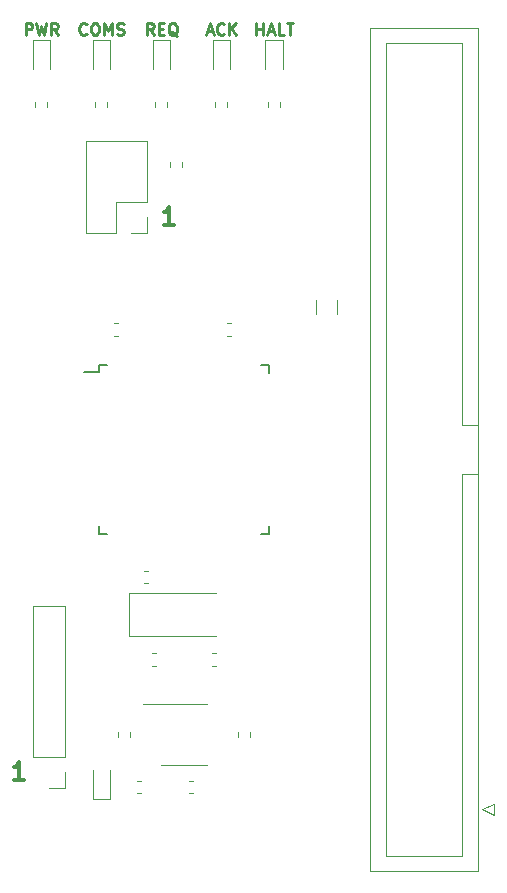
<source format=gto>
%TF.GenerationSoftware,KiCad,Pcbnew,5.1.8-db9833491~88~ubuntu18.04.1*%
%TF.CreationDate,2020-12-07T14:30:44+00:00*%
%TF.ProjectId,z80_monitor,7a38305f-6d6f-46e6-9974-6f722e6b6963,1*%
%TF.SameCoordinates,Original*%
%TF.FileFunction,Legend,Top*%
%TF.FilePolarity,Positive*%
%FSLAX46Y46*%
G04 Gerber Fmt 4.6, Leading zero omitted, Abs format (unit mm)*
G04 Created by KiCad (PCBNEW 5.1.8-db9833491~88~ubuntu18.04.1) date 2020-12-07 14:30:44*
%MOMM*%
%LPD*%
G01*
G04 APERTURE LIST*
%ADD10C,0.300000*%
%ADD11C,0.250000*%
%ADD12C,0.120000*%
%ADD13C,0.150000*%
%ADD14C,0.800000*%
%ADD15C,5.400000*%
%ADD16R,1.500000X0.550000*%
%ADD17R,0.550000X1.500000*%
%ADD18C,1.700000*%
%ADD19O,1.700000X1.700000*%
%ADD20R,1.700000X1.700000*%
%ADD21R,3.325000X2.400000*%
G04 APERTURE END LIST*
D10*
X117268571Y-69893571D02*
X116411428Y-69893571D01*
X116840000Y-69893571D02*
X116840000Y-68393571D01*
X116697142Y-68607857D01*
X116554285Y-68750714D01*
X116411428Y-68822142D01*
X104568571Y-116883571D02*
X103711428Y-116883571D01*
X104140000Y-116883571D02*
X104140000Y-115383571D01*
X103997142Y-115597857D01*
X103854285Y-115740714D01*
X103711428Y-115812142D01*
D11*
X109863095Y-53697142D02*
X109815476Y-53744761D01*
X109672619Y-53792380D01*
X109577380Y-53792380D01*
X109434523Y-53744761D01*
X109339285Y-53649523D01*
X109291666Y-53554285D01*
X109244047Y-53363809D01*
X109244047Y-53220952D01*
X109291666Y-53030476D01*
X109339285Y-52935238D01*
X109434523Y-52840000D01*
X109577380Y-52792380D01*
X109672619Y-52792380D01*
X109815476Y-52840000D01*
X109863095Y-52887619D01*
X110482142Y-52792380D02*
X110672619Y-52792380D01*
X110767857Y-52840000D01*
X110863095Y-52935238D01*
X110910714Y-53125714D01*
X110910714Y-53459047D01*
X110863095Y-53649523D01*
X110767857Y-53744761D01*
X110672619Y-53792380D01*
X110482142Y-53792380D01*
X110386904Y-53744761D01*
X110291666Y-53649523D01*
X110244047Y-53459047D01*
X110244047Y-53125714D01*
X110291666Y-52935238D01*
X110386904Y-52840000D01*
X110482142Y-52792380D01*
X111339285Y-53792380D02*
X111339285Y-52792380D01*
X111672619Y-53506666D01*
X112005952Y-52792380D01*
X112005952Y-53792380D01*
X112434523Y-53744761D02*
X112577380Y-53792380D01*
X112815476Y-53792380D01*
X112910714Y-53744761D01*
X112958333Y-53697142D01*
X113005952Y-53601904D01*
X113005952Y-53506666D01*
X112958333Y-53411428D01*
X112910714Y-53363809D01*
X112815476Y-53316190D01*
X112625000Y-53268571D01*
X112529761Y-53220952D01*
X112482142Y-53173333D01*
X112434523Y-53078095D01*
X112434523Y-52982857D01*
X112482142Y-52887619D01*
X112529761Y-52840000D01*
X112625000Y-52792380D01*
X112863095Y-52792380D01*
X113005952Y-52840000D01*
X104711666Y-53792380D02*
X104711666Y-52792380D01*
X105092619Y-52792380D01*
X105187857Y-52840000D01*
X105235476Y-52887619D01*
X105283095Y-52982857D01*
X105283095Y-53125714D01*
X105235476Y-53220952D01*
X105187857Y-53268571D01*
X105092619Y-53316190D01*
X104711666Y-53316190D01*
X105616428Y-52792380D02*
X105854523Y-53792380D01*
X106045000Y-53078095D01*
X106235476Y-53792380D01*
X106473571Y-52792380D01*
X107425952Y-53792380D02*
X107092619Y-53316190D01*
X106854523Y-53792380D02*
X106854523Y-52792380D01*
X107235476Y-52792380D01*
X107330714Y-52840000D01*
X107378333Y-52887619D01*
X107425952Y-52982857D01*
X107425952Y-53125714D01*
X107378333Y-53220952D01*
X107330714Y-53268571D01*
X107235476Y-53316190D01*
X106854523Y-53316190D01*
X115538333Y-53792380D02*
X115205000Y-53316190D01*
X114966904Y-53792380D02*
X114966904Y-52792380D01*
X115347857Y-52792380D01*
X115443095Y-52840000D01*
X115490714Y-52887619D01*
X115538333Y-52982857D01*
X115538333Y-53125714D01*
X115490714Y-53220952D01*
X115443095Y-53268571D01*
X115347857Y-53316190D01*
X114966904Y-53316190D01*
X115966904Y-53268571D02*
X116300238Y-53268571D01*
X116443095Y-53792380D02*
X115966904Y-53792380D01*
X115966904Y-52792380D01*
X116443095Y-52792380D01*
X117538333Y-53887619D02*
X117443095Y-53840000D01*
X117347857Y-53744761D01*
X117205000Y-53601904D01*
X117109761Y-53554285D01*
X117014523Y-53554285D01*
X117062142Y-53792380D02*
X116966904Y-53744761D01*
X116871666Y-53649523D01*
X116824047Y-53459047D01*
X116824047Y-53125714D01*
X116871666Y-52935238D01*
X116966904Y-52840000D01*
X117062142Y-52792380D01*
X117252619Y-52792380D01*
X117347857Y-52840000D01*
X117443095Y-52935238D01*
X117490714Y-53125714D01*
X117490714Y-53459047D01*
X117443095Y-53649523D01*
X117347857Y-53744761D01*
X117252619Y-53792380D01*
X117062142Y-53792380D01*
X120046904Y-53506666D02*
X120523095Y-53506666D01*
X119951666Y-53792380D02*
X120285000Y-52792380D01*
X120618333Y-53792380D01*
X121523095Y-53697142D02*
X121475476Y-53744761D01*
X121332619Y-53792380D01*
X121237380Y-53792380D01*
X121094523Y-53744761D01*
X120999285Y-53649523D01*
X120951666Y-53554285D01*
X120904047Y-53363809D01*
X120904047Y-53220952D01*
X120951666Y-53030476D01*
X120999285Y-52935238D01*
X121094523Y-52840000D01*
X121237380Y-52792380D01*
X121332619Y-52792380D01*
X121475476Y-52840000D01*
X121523095Y-52887619D01*
X121951666Y-53792380D02*
X121951666Y-52792380D01*
X122523095Y-53792380D02*
X122094523Y-53220952D01*
X122523095Y-52792380D02*
X121951666Y-53363809D01*
X124230000Y-53792380D02*
X124230000Y-52792380D01*
X124230000Y-53268571D02*
X124801428Y-53268571D01*
X124801428Y-53792380D02*
X124801428Y-52792380D01*
X125230000Y-53506666D02*
X125706190Y-53506666D01*
X125134761Y-53792380D02*
X125468095Y-52792380D01*
X125801428Y-53792380D01*
X126610952Y-53792380D02*
X126134761Y-53792380D01*
X126134761Y-52792380D01*
X126801428Y-52792380D02*
X127372857Y-52792380D01*
X127087142Y-53792380D02*
X127087142Y-52792380D01*
D12*
%TO.C,C2*%
X118573733Y-117985000D02*
X118916267Y-117985000D01*
X118573733Y-116965000D02*
X118916267Y-116965000D01*
%TO.C,D5*%
X122020000Y-56680000D02*
X122020000Y-54220000D01*
X122020000Y-54220000D02*
X120550000Y-54220000D01*
X120550000Y-54220000D02*
X120550000Y-56680000D01*
D13*
%TO.C,U2*%
X110935000Y-82300000D02*
X109660000Y-82300000D01*
X125285000Y-81725000D02*
X124610000Y-81725000D01*
X125285000Y-96075000D02*
X124610000Y-96075000D01*
X110935000Y-96075000D02*
X111610000Y-96075000D01*
X110935000Y-81725000D02*
X111610000Y-81725000D01*
X110935000Y-96075000D02*
X110935000Y-95400000D01*
X125285000Y-96075000D02*
X125285000Y-95400000D01*
X125285000Y-81725000D02*
X125285000Y-82400000D01*
X110935000Y-81725000D02*
X110935000Y-82300000D01*
D12*
%TO.C,C5*%
X122680000Y-113201267D02*
X122680000Y-112858733D01*
X123700000Y-113201267D02*
X123700000Y-112858733D01*
%TO.C,C8*%
X114763733Y-99185000D02*
X115106267Y-99185000D01*
X114763733Y-100205000D02*
X115106267Y-100205000D01*
%TO.C,C1*%
X112520000Y-113201267D02*
X112520000Y-112858733D01*
X113540000Y-113201267D02*
X113540000Y-112858733D01*
%TO.C,J3*%
X142990000Y-124590000D02*
X133870000Y-124590000D01*
X133870000Y-124590000D02*
X133870000Y-53210000D01*
X133870000Y-53210000D02*
X142990000Y-53210000D01*
X142990000Y-53210000D02*
X142990000Y-124590000D01*
X142990000Y-90950000D02*
X141680000Y-90950000D01*
X141680000Y-90950000D02*
X141680000Y-123290000D01*
X141680000Y-123290000D02*
X135180000Y-123290000D01*
X135180000Y-123290000D02*
X135180000Y-54510000D01*
X135180000Y-54510000D02*
X141680000Y-54510000D01*
X141680000Y-54510000D02*
X141680000Y-86850000D01*
X141680000Y-86850000D02*
X141680000Y-86850000D01*
X141680000Y-86850000D02*
X142990000Y-86850000D01*
X143380000Y-119380000D02*
X144380000Y-119880000D01*
X144380000Y-119880000D02*
X144380000Y-118880000D01*
X144380000Y-118880000D02*
X143380000Y-119380000D01*
%TO.C,R2*%
X116965000Y-64941267D02*
X116965000Y-64598733D01*
X117985000Y-64941267D02*
X117985000Y-64598733D01*
%TO.C,J2*%
X114995000Y-62805000D02*
X109795000Y-62805000D01*
X114995000Y-67945000D02*
X114995000Y-62805000D01*
X109795000Y-70545000D02*
X109795000Y-62805000D01*
X114995000Y-67945000D02*
X112395000Y-67945000D01*
X112395000Y-67945000D02*
X112395000Y-70545000D01*
X112395000Y-70545000D02*
X109795000Y-70545000D01*
X114995000Y-69215000D02*
X114995000Y-70545000D01*
X114995000Y-70545000D02*
X113665000Y-70545000D01*
%TO.C,C9*%
X129265000Y-77437064D02*
X129265000Y-76232936D01*
X131085000Y-77437064D02*
X131085000Y-76232936D01*
%TO.C,C7*%
X112223733Y-78230000D02*
X112566267Y-78230000D01*
X112223733Y-79250000D02*
X112566267Y-79250000D01*
%TO.C,C6*%
X122091267Y-79250000D02*
X121748733Y-79250000D01*
X122091267Y-78230000D02*
X121748733Y-78230000D01*
%TO.C,C4*%
X115398733Y-106170000D02*
X115741267Y-106170000D01*
X115398733Y-107190000D02*
X115741267Y-107190000D01*
%TO.C,C3*%
X120821267Y-107190000D02*
X120478733Y-107190000D01*
X120821267Y-106170000D02*
X120478733Y-106170000D01*
%TO.C,R7*%
X125220000Y-59861267D02*
X125220000Y-59518733D01*
X126240000Y-59861267D02*
X126240000Y-59518733D01*
%TO.C,R6*%
X120775000Y-59861267D02*
X120775000Y-59518733D01*
X121795000Y-59861267D02*
X121795000Y-59518733D01*
%TO.C,R5*%
X115695000Y-59861267D02*
X115695000Y-59518733D01*
X116715000Y-59861267D02*
X116715000Y-59518733D01*
%TO.C,R4*%
X105535000Y-59861267D02*
X105535000Y-59518733D01*
X106555000Y-59861267D02*
X106555000Y-59518733D01*
%TO.C,R3*%
X111635000Y-59518733D02*
X111635000Y-59861267D01*
X110615000Y-59518733D02*
X110615000Y-59861267D01*
%TO.C,R1*%
X114471267Y-117985000D02*
X114128733Y-117985000D01*
X114471267Y-116965000D02*
X114128733Y-116965000D01*
%TO.C,J1*%
X108010000Y-102175000D02*
X105350000Y-102175000D01*
X108010000Y-114935000D02*
X108010000Y-102175000D01*
X105350000Y-114935000D02*
X105350000Y-102175000D01*
X108010000Y-114935000D02*
X105350000Y-114935000D01*
X108010000Y-116205000D02*
X108010000Y-117535000D01*
X108010000Y-117535000D02*
X106680000Y-117535000D01*
%TO.C,D6*%
X126465000Y-56680000D02*
X126465000Y-54220000D01*
X126465000Y-54220000D02*
X124995000Y-54220000D01*
X124995000Y-54220000D02*
X124995000Y-56680000D01*
%TO.C,D4*%
X116940000Y-56680000D02*
X116940000Y-54220000D01*
X116940000Y-54220000D02*
X115470000Y-54220000D01*
X115470000Y-54220000D02*
X115470000Y-56680000D01*
%TO.C,D3*%
X106780000Y-56680000D02*
X106780000Y-54220000D01*
X106780000Y-54220000D02*
X105310000Y-54220000D01*
X105310000Y-54220000D02*
X105310000Y-56680000D01*
%TO.C,D2*%
X111860000Y-56680000D02*
X111860000Y-54220000D01*
X111860000Y-54220000D02*
X110390000Y-54220000D01*
X110390000Y-54220000D02*
X110390000Y-56680000D01*
%TO.C,D1*%
X110390000Y-116040000D02*
X110390000Y-118500000D01*
X110390000Y-118500000D02*
X111860000Y-118500000D01*
X111860000Y-118500000D02*
X111860000Y-116040000D01*
%TO.C,Y1*%
X120810000Y-101070000D02*
X113485000Y-101070000D01*
X113485000Y-101070000D02*
X113485000Y-104670000D01*
X113485000Y-104670000D02*
X120810000Y-104670000D01*
%TO.C,U1*%
X118110000Y-115590000D02*
X120060000Y-115590000D01*
X118110000Y-115590000D02*
X116160000Y-115590000D01*
X118110000Y-110470000D02*
X120060000Y-110470000D01*
X118110000Y-110470000D02*
X114660000Y-110470000D01*
%TD*%
%LPC*%
D14*
%TO.C,H2*%
X131606891Y-120488109D03*
X130175000Y-119895000D03*
X128743109Y-120488109D03*
X128150000Y-121920000D03*
X128743109Y-123351891D03*
X130175000Y-123945000D03*
X131606891Y-123351891D03*
X132200000Y-121920000D03*
D15*
X130175000Y-121920000D03*
%TD*%
D14*
%TO.C,H1*%
X131606891Y-54448109D03*
X130175000Y-53855000D03*
X128743109Y-54448109D03*
X128150000Y-55880000D03*
X128743109Y-57311891D03*
X130175000Y-57905000D03*
X131606891Y-57311891D03*
X132200000Y-55880000D03*
D15*
X130175000Y-55880000D03*
%TD*%
%TO.C,C2*%
G36*
G01*
X119095000Y-117712500D02*
X119095000Y-117237500D01*
G75*
G02*
X119332500Y-117000000I237500J0D01*
G01*
X119907500Y-117000000D01*
G75*
G02*
X120145000Y-117237500I0J-237500D01*
G01*
X120145000Y-117712500D01*
G75*
G02*
X119907500Y-117950000I-237500J0D01*
G01*
X119332500Y-117950000D01*
G75*
G02*
X119095000Y-117712500I0J237500D01*
G01*
G37*
G36*
G01*
X117345000Y-117712500D02*
X117345000Y-117237500D01*
G75*
G02*
X117582500Y-117000000I237500J0D01*
G01*
X118157500Y-117000000D01*
G75*
G02*
X118395000Y-117237500I0J-237500D01*
G01*
X118395000Y-117712500D01*
G75*
G02*
X118157500Y-117950000I-237500J0D01*
G01*
X117582500Y-117950000D01*
G75*
G02*
X117345000Y-117712500I0J237500D01*
G01*
G37*
%TD*%
%TO.C,D5*%
G36*
G01*
X121047500Y-56230000D02*
X121522500Y-56230000D01*
G75*
G02*
X121760000Y-56467500I0J-237500D01*
G01*
X121760000Y-57042500D01*
G75*
G02*
X121522500Y-57280000I-237500J0D01*
G01*
X121047500Y-57280000D01*
G75*
G02*
X120810000Y-57042500I0J237500D01*
G01*
X120810000Y-56467500D01*
G75*
G02*
X121047500Y-56230000I237500J0D01*
G01*
G37*
G36*
G01*
X121047500Y-54480000D02*
X121522500Y-54480000D01*
G75*
G02*
X121760000Y-54717500I0J-237500D01*
G01*
X121760000Y-55292500D01*
G75*
G02*
X121522500Y-55530000I-237500J0D01*
G01*
X121047500Y-55530000D01*
G75*
G02*
X120810000Y-55292500I0J237500D01*
G01*
X120810000Y-54717500D01*
G75*
G02*
X121047500Y-54480000I237500J0D01*
G01*
G37*
%TD*%
D16*
%TO.C,U2*%
X110410000Y-82900000D03*
X110410000Y-83700000D03*
X110410000Y-84500000D03*
X110410000Y-85300000D03*
X110410000Y-86100000D03*
X110410000Y-86900000D03*
X110410000Y-87700000D03*
X110410000Y-88500000D03*
X110410000Y-89300000D03*
X110410000Y-90100000D03*
X110410000Y-90900000D03*
X110410000Y-91700000D03*
X110410000Y-92500000D03*
X110410000Y-93300000D03*
X110410000Y-94100000D03*
X110410000Y-94900000D03*
D17*
X112110000Y-96600000D03*
X112910000Y-96600000D03*
X113710000Y-96600000D03*
X114510000Y-96600000D03*
X115310000Y-96600000D03*
X116110000Y-96600000D03*
X116910000Y-96600000D03*
X117710000Y-96600000D03*
X118510000Y-96600000D03*
X119310000Y-96600000D03*
X120110000Y-96600000D03*
X120910000Y-96600000D03*
X121710000Y-96600000D03*
X122510000Y-96600000D03*
X123310000Y-96600000D03*
X124110000Y-96600000D03*
D16*
X125810000Y-94900000D03*
X125810000Y-94100000D03*
X125810000Y-93300000D03*
X125810000Y-92500000D03*
X125810000Y-91700000D03*
X125810000Y-90900000D03*
X125810000Y-90100000D03*
X125810000Y-89300000D03*
X125810000Y-88500000D03*
X125810000Y-87700000D03*
X125810000Y-86900000D03*
X125810000Y-86100000D03*
X125810000Y-85300000D03*
X125810000Y-84500000D03*
X125810000Y-83700000D03*
X125810000Y-82900000D03*
D17*
X124110000Y-81200000D03*
X123310000Y-81200000D03*
X122510000Y-81200000D03*
X121710000Y-81200000D03*
X120910000Y-81200000D03*
X120110000Y-81200000D03*
X119310000Y-81200000D03*
X118510000Y-81200000D03*
X117710000Y-81200000D03*
X116910000Y-81200000D03*
X116110000Y-81200000D03*
X115310000Y-81200000D03*
X114510000Y-81200000D03*
X113710000Y-81200000D03*
X112910000Y-81200000D03*
X112110000Y-81200000D03*
%TD*%
%TO.C,C5*%
G36*
G01*
X123427500Y-112680000D02*
X122952500Y-112680000D01*
G75*
G02*
X122715000Y-112442500I0J237500D01*
G01*
X122715000Y-111867500D01*
G75*
G02*
X122952500Y-111630000I237500J0D01*
G01*
X123427500Y-111630000D01*
G75*
G02*
X123665000Y-111867500I0J-237500D01*
G01*
X123665000Y-112442500D01*
G75*
G02*
X123427500Y-112680000I-237500J0D01*
G01*
G37*
G36*
G01*
X123427500Y-114430000D02*
X122952500Y-114430000D01*
G75*
G02*
X122715000Y-114192500I0J237500D01*
G01*
X122715000Y-113617500D01*
G75*
G02*
X122952500Y-113380000I237500J0D01*
G01*
X123427500Y-113380000D01*
G75*
G02*
X123665000Y-113617500I0J-237500D01*
G01*
X123665000Y-114192500D01*
G75*
G02*
X123427500Y-114430000I-237500J0D01*
G01*
G37*
%TD*%
%TO.C,C8*%
G36*
G01*
X115285000Y-99932500D02*
X115285000Y-99457500D01*
G75*
G02*
X115522500Y-99220000I237500J0D01*
G01*
X116097500Y-99220000D01*
G75*
G02*
X116335000Y-99457500I0J-237500D01*
G01*
X116335000Y-99932500D01*
G75*
G02*
X116097500Y-100170000I-237500J0D01*
G01*
X115522500Y-100170000D01*
G75*
G02*
X115285000Y-99932500I0J237500D01*
G01*
G37*
G36*
G01*
X113535000Y-99932500D02*
X113535000Y-99457500D01*
G75*
G02*
X113772500Y-99220000I237500J0D01*
G01*
X114347500Y-99220000D01*
G75*
G02*
X114585000Y-99457500I0J-237500D01*
G01*
X114585000Y-99932500D01*
G75*
G02*
X114347500Y-100170000I-237500J0D01*
G01*
X113772500Y-100170000D01*
G75*
G02*
X113535000Y-99932500I0J237500D01*
G01*
G37*
%TD*%
%TO.C,C1*%
G36*
G01*
X113267500Y-112680000D02*
X112792500Y-112680000D01*
G75*
G02*
X112555000Y-112442500I0J237500D01*
G01*
X112555000Y-111867500D01*
G75*
G02*
X112792500Y-111630000I237500J0D01*
G01*
X113267500Y-111630000D01*
G75*
G02*
X113505000Y-111867500I0J-237500D01*
G01*
X113505000Y-112442500D01*
G75*
G02*
X113267500Y-112680000I-237500J0D01*
G01*
G37*
G36*
G01*
X113267500Y-114430000D02*
X112792500Y-114430000D01*
G75*
G02*
X112555000Y-114192500I0J237500D01*
G01*
X112555000Y-113617500D01*
G75*
G02*
X112792500Y-113380000I237500J0D01*
G01*
X113267500Y-113380000D01*
G75*
G02*
X113505000Y-113617500I0J-237500D01*
G01*
X113505000Y-114192500D01*
G75*
G02*
X113267500Y-114430000I-237500J0D01*
G01*
G37*
%TD*%
D18*
%TO.C,J3*%
X137160000Y-58420000D03*
X137160000Y-60960000D03*
X137160000Y-63500000D03*
X137160000Y-66040000D03*
X137160000Y-68580000D03*
X137160000Y-71120000D03*
X137160000Y-73660000D03*
X137160000Y-76200000D03*
X137160000Y-78740000D03*
X137160000Y-81280000D03*
X137160000Y-83820000D03*
X137160000Y-86360000D03*
X137160000Y-88900000D03*
X137160000Y-91440000D03*
X137160000Y-93980000D03*
X137160000Y-96520000D03*
X137160000Y-99060000D03*
X137160000Y-101600000D03*
X137160000Y-104140000D03*
X137160000Y-106680000D03*
X137160000Y-109220000D03*
X137160000Y-111760000D03*
X137160000Y-114300000D03*
X137160000Y-116840000D03*
X137160000Y-119380000D03*
X139700000Y-58420000D03*
X139700000Y-60960000D03*
X139700000Y-63500000D03*
X139700000Y-66040000D03*
X139700000Y-68580000D03*
X139700000Y-71120000D03*
X139700000Y-73660000D03*
X139700000Y-76200000D03*
X139700000Y-78740000D03*
X139700000Y-81280000D03*
X139700000Y-83820000D03*
X139700000Y-86360000D03*
X139700000Y-88900000D03*
X139700000Y-91440000D03*
X139700000Y-93980000D03*
X139700000Y-96520000D03*
X139700000Y-99060000D03*
X139700000Y-101600000D03*
X139700000Y-104140000D03*
X139700000Y-106680000D03*
X139700000Y-109220000D03*
X139700000Y-111760000D03*
X139700000Y-114300000D03*
X139700000Y-116840000D03*
G36*
G01*
X140550000Y-118780000D02*
X140550000Y-119980000D01*
G75*
G02*
X140300000Y-120230000I-250000J0D01*
G01*
X139100000Y-120230000D01*
G75*
G02*
X138850000Y-119980000I0J250000D01*
G01*
X138850000Y-118780000D01*
G75*
G02*
X139100000Y-118530000I250000J0D01*
G01*
X140300000Y-118530000D01*
G75*
G02*
X140550000Y-118780000I0J-250000D01*
G01*
G37*
%TD*%
%TO.C,R2*%
G36*
G01*
X117712500Y-64420000D02*
X117237500Y-64420000D01*
G75*
G02*
X117000000Y-64182500I0J237500D01*
G01*
X117000000Y-63607500D01*
G75*
G02*
X117237500Y-63370000I237500J0D01*
G01*
X117712500Y-63370000D01*
G75*
G02*
X117950000Y-63607500I0J-237500D01*
G01*
X117950000Y-64182500D01*
G75*
G02*
X117712500Y-64420000I-237500J0D01*
G01*
G37*
G36*
G01*
X117712500Y-66170000D02*
X117237500Y-66170000D01*
G75*
G02*
X117000000Y-65932500I0J237500D01*
G01*
X117000000Y-65357500D01*
G75*
G02*
X117237500Y-65120000I237500J0D01*
G01*
X117712500Y-65120000D01*
G75*
G02*
X117950000Y-65357500I0J-237500D01*
G01*
X117950000Y-65932500D01*
G75*
G02*
X117712500Y-66170000I-237500J0D01*
G01*
G37*
%TD*%
D19*
%TO.C,J2*%
X111125000Y-64135000D03*
X113665000Y-64135000D03*
X111125000Y-66675000D03*
X113665000Y-66675000D03*
X111125000Y-69215000D03*
D20*
X113665000Y-69215000D03*
%TD*%
%TO.C,C9*%
G36*
G01*
X130800000Y-76060000D02*
X129550000Y-76060000D01*
G75*
G02*
X129300000Y-75810000I0J250000D01*
G01*
X129300000Y-74885000D01*
G75*
G02*
X129550000Y-74635000I250000J0D01*
G01*
X130800000Y-74635000D01*
G75*
G02*
X131050000Y-74885000I0J-250000D01*
G01*
X131050000Y-75810000D01*
G75*
G02*
X130800000Y-76060000I-250000J0D01*
G01*
G37*
G36*
G01*
X130800000Y-79035000D02*
X129550000Y-79035000D01*
G75*
G02*
X129300000Y-78785000I0J250000D01*
G01*
X129300000Y-77860000D01*
G75*
G02*
X129550000Y-77610000I250000J0D01*
G01*
X130800000Y-77610000D01*
G75*
G02*
X131050000Y-77860000I0J-250000D01*
G01*
X131050000Y-78785000D01*
G75*
G02*
X130800000Y-79035000I-250000J0D01*
G01*
G37*
%TD*%
%TO.C,C7*%
G36*
G01*
X112745000Y-78977500D02*
X112745000Y-78502500D01*
G75*
G02*
X112982500Y-78265000I237500J0D01*
G01*
X113557500Y-78265000D01*
G75*
G02*
X113795000Y-78502500I0J-237500D01*
G01*
X113795000Y-78977500D01*
G75*
G02*
X113557500Y-79215000I-237500J0D01*
G01*
X112982500Y-79215000D01*
G75*
G02*
X112745000Y-78977500I0J237500D01*
G01*
G37*
G36*
G01*
X110995000Y-78977500D02*
X110995000Y-78502500D01*
G75*
G02*
X111232500Y-78265000I237500J0D01*
G01*
X111807500Y-78265000D01*
G75*
G02*
X112045000Y-78502500I0J-237500D01*
G01*
X112045000Y-78977500D01*
G75*
G02*
X111807500Y-79215000I-237500J0D01*
G01*
X111232500Y-79215000D01*
G75*
G02*
X110995000Y-78977500I0J237500D01*
G01*
G37*
%TD*%
%TO.C,C6*%
G36*
G01*
X121570000Y-78502500D02*
X121570000Y-78977500D01*
G75*
G02*
X121332500Y-79215000I-237500J0D01*
G01*
X120757500Y-79215000D01*
G75*
G02*
X120520000Y-78977500I0J237500D01*
G01*
X120520000Y-78502500D01*
G75*
G02*
X120757500Y-78265000I237500J0D01*
G01*
X121332500Y-78265000D01*
G75*
G02*
X121570000Y-78502500I0J-237500D01*
G01*
G37*
G36*
G01*
X123320000Y-78502500D02*
X123320000Y-78977500D01*
G75*
G02*
X123082500Y-79215000I-237500J0D01*
G01*
X122507500Y-79215000D01*
G75*
G02*
X122270000Y-78977500I0J237500D01*
G01*
X122270000Y-78502500D01*
G75*
G02*
X122507500Y-78265000I237500J0D01*
G01*
X123082500Y-78265000D01*
G75*
G02*
X123320000Y-78502500I0J-237500D01*
G01*
G37*
%TD*%
%TO.C,C4*%
G36*
G01*
X115920000Y-106917500D02*
X115920000Y-106442500D01*
G75*
G02*
X116157500Y-106205000I237500J0D01*
G01*
X116732500Y-106205000D01*
G75*
G02*
X116970000Y-106442500I0J-237500D01*
G01*
X116970000Y-106917500D01*
G75*
G02*
X116732500Y-107155000I-237500J0D01*
G01*
X116157500Y-107155000D01*
G75*
G02*
X115920000Y-106917500I0J237500D01*
G01*
G37*
G36*
G01*
X114170000Y-106917500D02*
X114170000Y-106442500D01*
G75*
G02*
X114407500Y-106205000I237500J0D01*
G01*
X114982500Y-106205000D01*
G75*
G02*
X115220000Y-106442500I0J-237500D01*
G01*
X115220000Y-106917500D01*
G75*
G02*
X114982500Y-107155000I-237500J0D01*
G01*
X114407500Y-107155000D01*
G75*
G02*
X114170000Y-106917500I0J237500D01*
G01*
G37*
%TD*%
%TO.C,C3*%
G36*
G01*
X120300000Y-106442500D02*
X120300000Y-106917500D01*
G75*
G02*
X120062500Y-107155000I-237500J0D01*
G01*
X119487500Y-107155000D01*
G75*
G02*
X119250000Y-106917500I0J237500D01*
G01*
X119250000Y-106442500D01*
G75*
G02*
X119487500Y-106205000I237500J0D01*
G01*
X120062500Y-106205000D01*
G75*
G02*
X120300000Y-106442500I0J-237500D01*
G01*
G37*
G36*
G01*
X122050000Y-106442500D02*
X122050000Y-106917500D01*
G75*
G02*
X121812500Y-107155000I-237500J0D01*
G01*
X121237500Y-107155000D01*
G75*
G02*
X121000000Y-106917500I0J237500D01*
G01*
X121000000Y-106442500D01*
G75*
G02*
X121237500Y-106205000I237500J0D01*
G01*
X121812500Y-106205000D01*
G75*
G02*
X122050000Y-106442500I0J-237500D01*
G01*
G37*
%TD*%
%TO.C,R7*%
G36*
G01*
X125967500Y-59340000D02*
X125492500Y-59340000D01*
G75*
G02*
X125255000Y-59102500I0J237500D01*
G01*
X125255000Y-58527500D01*
G75*
G02*
X125492500Y-58290000I237500J0D01*
G01*
X125967500Y-58290000D01*
G75*
G02*
X126205000Y-58527500I0J-237500D01*
G01*
X126205000Y-59102500D01*
G75*
G02*
X125967500Y-59340000I-237500J0D01*
G01*
G37*
G36*
G01*
X125967500Y-61090000D02*
X125492500Y-61090000D01*
G75*
G02*
X125255000Y-60852500I0J237500D01*
G01*
X125255000Y-60277500D01*
G75*
G02*
X125492500Y-60040000I237500J0D01*
G01*
X125967500Y-60040000D01*
G75*
G02*
X126205000Y-60277500I0J-237500D01*
G01*
X126205000Y-60852500D01*
G75*
G02*
X125967500Y-61090000I-237500J0D01*
G01*
G37*
%TD*%
%TO.C,R6*%
G36*
G01*
X121522500Y-59340000D02*
X121047500Y-59340000D01*
G75*
G02*
X120810000Y-59102500I0J237500D01*
G01*
X120810000Y-58527500D01*
G75*
G02*
X121047500Y-58290000I237500J0D01*
G01*
X121522500Y-58290000D01*
G75*
G02*
X121760000Y-58527500I0J-237500D01*
G01*
X121760000Y-59102500D01*
G75*
G02*
X121522500Y-59340000I-237500J0D01*
G01*
G37*
G36*
G01*
X121522500Y-61090000D02*
X121047500Y-61090000D01*
G75*
G02*
X120810000Y-60852500I0J237500D01*
G01*
X120810000Y-60277500D01*
G75*
G02*
X121047500Y-60040000I237500J0D01*
G01*
X121522500Y-60040000D01*
G75*
G02*
X121760000Y-60277500I0J-237500D01*
G01*
X121760000Y-60852500D01*
G75*
G02*
X121522500Y-61090000I-237500J0D01*
G01*
G37*
%TD*%
%TO.C,R5*%
G36*
G01*
X116442500Y-59340000D02*
X115967500Y-59340000D01*
G75*
G02*
X115730000Y-59102500I0J237500D01*
G01*
X115730000Y-58527500D01*
G75*
G02*
X115967500Y-58290000I237500J0D01*
G01*
X116442500Y-58290000D01*
G75*
G02*
X116680000Y-58527500I0J-237500D01*
G01*
X116680000Y-59102500D01*
G75*
G02*
X116442500Y-59340000I-237500J0D01*
G01*
G37*
G36*
G01*
X116442500Y-61090000D02*
X115967500Y-61090000D01*
G75*
G02*
X115730000Y-60852500I0J237500D01*
G01*
X115730000Y-60277500D01*
G75*
G02*
X115967500Y-60040000I237500J0D01*
G01*
X116442500Y-60040000D01*
G75*
G02*
X116680000Y-60277500I0J-237500D01*
G01*
X116680000Y-60852500D01*
G75*
G02*
X116442500Y-61090000I-237500J0D01*
G01*
G37*
%TD*%
%TO.C,R4*%
G36*
G01*
X106282500Y-59340000D02*
X105807500Y-59340000D01*
G75*
G02*
X105570000Y-59102500I0J237500D01*
G01*
X105570000Y-58527500D01*
G75*
G02*
X105807500Y-58290000I237500J0D01*
G01*
X106282500Y-58290000D01*
G75*
G02*
X106520000Y-58527500I0J-237500D01*
G01*
X106520000Y-59102500D01*
G75*
G02*
X106282500Y-59340000I-237500J0D01*
G01*
G37*
G36*
G01*
X106282500Y-61090000D02*
X105807500Y-61090000D01*
G75*
G02*
X105570000Y-60852500I0J237500D01*
G01*
X105570000Y-60277500D01*
G75*
G02*
X105807500Y-60040000I237500J0D01*
G01*
X106282500Y-60040000D01*
G75*
G02*
X106520000Y-60277500I0J-237500D01*
G01*
X106520000Y-60852500D01*
G75*
G02*
X106282500Y-61090000I-237500J0D01*
G01*
G37*
%TD*%
%TO.C,R3*%
G36*
G01*
X110887500Y-60040000D02*
X111362500Y-60040000D01*
G75*
G02*
X111600000Y-60277500I0J-237500D01*
G01*
X111600000Y-60852500D01*
G75*
G02*
X111362500Y-61090000I-237500J0D01*
G01*
X110887500Y-61090000D01*
G75*
G02*
X110650000Y-60852500I0J237500D01*
G01*
X110650000Y-60277500D01*
G75*
G02*
X110887500Y-60040000I237500J0D01*
G01*
G37*
G36*
G01*
X110887500Y-58290000D02*
X111362500Y-58290000D01*
G75*
G02*
X111600000Y-58527500I0J-237500D01*
G01*
X111600000Y-59102500D01*
G75*
G02*
X111362500Y-59340000I-237500J0D01*
G01*
X110887500Y-59340000D01*
G75*
G02*
X110650000Y-59102500I0J237500D01*
G01*
X110650000Y-58527500D01*
G75*
G02*
X110887500Y-58290000I237500J0D01*
G01*
G37*
%TD*%
%TO.C,R1*%
G36*
G01*
X113950000Y-117237500D02*
X113950000Y-117712500D01*
G75*
G02*
X113712500Y-117950000I-237500J0D01*
G01*
X113137500Y-117950000D01*
G75*
G02*
X112900000Y-117712500I0J237500D01*
G01*
X112900000Y-117237500D01*
G75*
G02*
X113137500Y-117000000I237500J0D01*
G01*
X113712500Y-117000000D01*
G75*
G02*
X113950000Y-117237500I0J-237500D01*
G01*
G37*
G36*
G01*
X115700000Y-117237500D02*
X115700000Y-117712500D01*
G75*
G02*
X115462500Y-117950000I-237500J0D01*
G01*
X114887500Y-117950000D01*
G75*
G02*
X114650000Y-117712500I0J237500D01*
G01*
X114650000Y-117237500D01*
G75*
G02*
X114887500Y-117000000I237500J0D01*
G01*
X115462500Y-117000000D01*
G75*
G02*
X115700000Y-117237500I0J-237500D01*
G01*
G37*
%TD*%
D19*
%TO.C,J1*%
X106680000Y-103505000D03*
X106680000Y-106045000D03*
X106680000Y-108585000D03*
X106680000Y-111125000D03*
X106680000Y-113665000D03*
D20*
X106680000Y-116205000D03*
%TD*%
%TO.C,D6*%
G36*
G01*
X125492500Y-56230000D02*
X125967500Y-56230000D01*
G75*
G02*
X126205000Y-56467500I0J-237500D01*
G01*
X126205000Y-57042500D01*
G75*
G02*
X125967500Y-57280000I-237500J0D01*
G01*
X125492500Y-57280000D01*
G75*
G02*
X125255000Y-57042500I0J237500D01*
G01*
X125255000Y-56467500D01*
G75*
G02*
X125492500Y-56230000I237500J0D01*
G01*
G37*
G36*
G01*
X125492500Y-54480000D02*
X125967500Y-54480000D01*
G75*
G02*
X126205000Y-54717500I0J-237500D01*
G01*
X126205000Y-55292500D01*
G75*
G02*
X125967500Y-55530000I-237500J0D01*
G01*
X125492500Y-55530000D01*
G75*
G02*
X125255000Y-55292500I0J237500D01*
G01*
X125255000Y-54717500D01*
G75*
G02*
X125492500Y-54480000I237500J0D01*
G01*
G37*
%TD*%
%TO.C,D4*%
G36*
G01*
X115967500Y-56230000D02*
X116442500Y-56230000D01*
G75*
G02*
X116680000Y-56467500I0J-237500D01*
G01*
X116680000Y-57042500D01*
G75*
G02*
X116442500Y-57280000I-237500J0D01*
G01*
X115967500Y-57280000D01*
G75*
G02*
X115730000Y-57042500I0J237500D01*
G01*
X115730000Y-56467500D01*
G75*
G02*
X115967500Y-56230000I237500J0D01*
G01*
G37*
G36*
G01*
X115967500Y-54480000D02*
X116442500Y-54480000D01*
G75*
G02*
X116680000Y-54717500I0J-237500D01*
G01*
X116680000Y-55292500D01*
G75*
G02*
X116442500Y-55530000I-237500J0D01*
G01*
X115967500Y-55530000D01*
G75*
G02*
X115730000Y-55292500I0J237500D01*
G01*
X115730000Y-54717500D01*
G75*
G02*
X115967500Y-54480000I237500J0D01*
G01*
G37*
%TD*%
%TO.C,D3*%
G36*
G01*
X105807500Y-56230000D02*
X106282500Y-56230000D01*
G75*
G02*
X106520000Y-56467500I0J-237500D01*
G01*
X106520000Y-57042500D01*
G75*
G02*
X106282500Y-57280000I-237500J0D01*
G01*
X105807500Y-57280000D01*
G75*
G02*
X105570000Y-57042500I0J237500D01*
G01*
X105570000Y-56467500D01*
G75*
G02*
X105807500Y-56230000I237500J0D01*
G01*
G37*
G36*
G01*
X105807500Y-54480000D02*
X106282500Y-54480000D01*
G75*
G02*
X106520000Y-54717500I0J-237500D01*
G01*
X106520000Y-55292500D01*
G75*
G02*
X106282500Y-55530000I-237500J0D01*
G01*
X105807500Y-55530000D01*
G75*
G02*
X105570000Y-55292500I0J237500D01*
G01*
X105570000Y-54717500D01*
G75*
G02*
X105807500Y-54480000I237500J0D01*
G01*
G37*
%TD*%
%TO.C,D2*%
G36*
G01*
X110887500Y-56230000D02*
X111362500Y-56230000D01*
G75*
G02*
X111600000Y-56467500I0J-237500D01*
G01*
X111600000Y-57042500D01*
G75*
G02*
X111362500Y-57280000I-237500J0D01*
G01*
X110887500Y-57280000D01*
G75*
G02*
X110650000Y-57042500I0J237500D01*
G01*
X110650000Y-56467500D01*
G75*
G02*
X110887500Y-56230000I237500J0D01*
G01*
G37*
G36*
G01*
X110887500Y-54480000D02*
X111362500Y-54480000D01*
G75*
G02*
X111600000Y-54717500I0J-237500D01*
G01*
X111600000Y-55292500D01*
G75*
G02*
X111362500Y-55530000I-237500J0D01*
G01*
X110887500Y-55530000D01*
G75*
G02*
X110650000Y-55292500I0J237500D01*
G01*
X110650000Y-54717500D01*
G75*
G02*
X110887500Y-54480000I237500J0D01*
G01*
G37*
%TD*%
%TO.C,D1*%
G36*
G01*
X111362500Y-116490000D02*
X110887500Y-116490000D01*
G75*
G02*
X110650000Y-116252500I0J237500D01*
G01*
X110650000Y-115677500D01*
G75*
G02*
X110887500Y-115440000I237500J0D01*
G01*
X111362500Y-115440000D01*
G75*
G02*
X111600000Y-115677500I0J-237500D01*
G01*
X111600000Y-116252500D01*
G75*
G02*
X111362500Y-116490000I-237500J0D01*
G01*
G37*
G36*
G01*
X111362500Y-118240000D02*
X110887500Y-118240000D01*
G75*
G02*
X110650000Y-118002500I0J237500D01*
G01*
X110650000Y-117427500D01*
G75*
G02*
X110887500Y-117190000I237500J0D01*
G01*
X111362500Y-117190000D01*
G75*
G02*
X111600000Y-117427500I0J-237500D01*
G01*
X111600000Y-118002500D01*
G75*
G02*
X111362500Y-118240000I-237500J0D01*
G01*
G37*
%TD*%
D21*
%TO.C,Y1*%
X120872500Y-102870000D03*
X115347500Y-102870000D03*
%TD*%
%TO.C,U1*%
G36*
G01*
X119610000Y-111275000D02*
X119610000Y-110975000D01*
G75*
G02*
X119760000Y-110825000I150000J0D01*
G01*
X121410000Y-110825000D01*
G75*
G02*
X121560000Y-110975000I0J-150000D01*
G01*
X121560000Y-111275000D01*
G75*
G02*
X121410000Y-111425000I-150000J0D01*
G01*
X119760000Y-111425000D01*
G75*
G02*
X119610000Y-111275000I0J150000D01*
G01*
G37*
G36*
G01*
X119610000Y-112545000D02*
X119610000Y-112245000D01*
G75*
G02*
X119760000Y-112095000I150000J0D01*
G01*
X121410000Y-112095000D01*
G75*
G02*
X121560000Y-112245000I0J-150000D01*
G01*
X121560000Y-112545000D01*
G75*
G02*
X121410000Y-112695000I-150000J0D01*
G01*
X119760000Y-112695000D01*
G75*
G02*
X119610000Y-112545000I0J150000D01*
G01*
G37*
G36*
G01*
X119610000Y-113815000D02*
X119610000Y-113515000D01*
G75*
G02*
X119760000Y-113365000I150000J0D01*
G01*
X121410000Y-113365000D01*
G75*
G02*
X121560000Y-113515000I0J-150000D01*
G01*
X121560000Y-113815000D01*
G75*
G02*
X121410000Y-113965000I-150000J0D01*
G01*
X119760000Y-113965000D01*
G75*
G02*
X119610000Y-113815000I0J150000D01*
G01*
G37*
G36*
G01*
X119610000Y-115085000D02*
X119610000Y-114785000D01*
G75*
G02*
X119760000Y-114635000I150000J0D01*
G01*
X121410000Y-114635000D01*
G75*
G02*
X121560000Y-114785000I0J-150000D01*
G01*
X121560000Y-115085000D01*
G75*
G02*
X121410000Y-115235000I-150000J0D01*
G01*
X119760000Y-115235000D01*
G75*
G02*
X119610000Y-115085000I0J150000D01*
G01*
G37*
G36*
G01*
X114660000Y-115085000D02*
X114660000Y-114785000D01*
G75*
G02*
X114810000Y-114635000I150000J0D01*
G01*
X116460000Y-114635000D01*
G75*
G02*
X116610000Y-114785000I0J-150000D01*
G01*
X116610000Y-115085000D01*
G75*
G02*
X116460000Y-115235000I-150000J0D01*
G01*
X114810000Y-115235000D01*
G75*
G02*
X114660000Y-115085000I0J150000D01*
G01*
G37*
G36*
G01*
X114660000Y-113815000D02*
X114660000Y-113515000D01*
G75*
G02*
X114810000Y-113365000I150000J0D01*
G01*
X116460000Y-113365000D01*
G75*
G02*
X116610000Y-113515000I0J-150000D01*
G01*
X116610000Y-113815000D01*
G75*
G02*
X116460000Y-113965000I-150000J0D01*
G01*
X114810000Y-113965000D01*
G75*
G02*
X114660000Y-113815000I0J150000D01*
G01*
G37*
G36*
G01*
X114660000Y-112545000D02*
X114660000Y-112245000D01*
G75*
G02*
X114810000Y-112095000I150000J0D01*
G01*
X116460000Y-112095000D01*
G75*
G02*
X116610000Y-112245000I0J-150000D01*
G01*
X116610000Y-112545000D01*
G75*
G02*
X116460000Y-112695000I-150000J0D01*
G01*
X114810000Y-112695000D01*
G75*
G02*
X114660000Y-112545000I0J150000D01*
G01*
G37*
G36*
G01*
X114660000Y-111275000D02*
X114660000Y-110975000D01*
G75*
G02*
X114810000Y-110825000I150000J0D01*
G01*
X116460000Y-110825000D01*
G75*
G02*
X116610000Y-110975000I0J-150000D01*
G01*
X116610000Y-111275000D01*
G75*
G02*
X116460000Y-111425000I-150000J0D01*
G01*
X114810000Y-111425000D01*
G75*
G02*
X114660000Y-111275000I0J150000D01*
G01*
G37*
%TD*%
M02*

</source>
